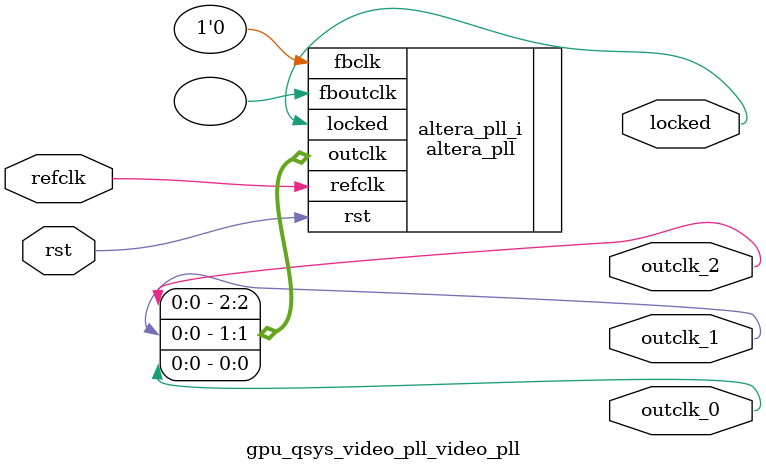
<source format=v>
`timescale 1ns/10ps
module  gpu_qsys_video_pll_video_pll(

	// interface 'refclk'
	input wire refclk,

	// interface 'reset'
	input wire rst,

	// interface 'outclk0'
	output wire outclk_0,

	// interface 'outclk1'
	output wire outclk_1,

	// interface 'outclk2'
	output wire outclk_2,

	// interface 'locked'
	output wire locked
);

	altera_pll #(
		.fractional_vco_multiplier("false"),
		.reference_clock_frequency("50.0 MHz"),
		.operation_mode("direct"),
		.number_of_clocks(3),
		.output_clock_frequency0("25.000000 MHz"),
		.phase_shift0("0 ps"),
		.duty_cycle0(50),
		.output_clock_frequency1("40.000000 MHz"),
		.phase_shift1("0 ps"),
		.duty_cycle1(50),
		.output_clock_frequency2("33.333333 MHz"),
		.phase_shift2("0 ps"),
		.duty_cycle2(50),
		.output_clock_frequency3("0 MHz"),
		.phase_shift3("0 ps"),
		.duty_cycle3(50),
		.output_clock_frequency4("0 MHz"),
		.phase_shift4("0 ps"),
		.duty_cycle4(50),
		.output_clock_frequency5("0 MHz"),
		.phase_shift5("0 ps"),
		.duty_cycle5(50),
		.output_clock_frequency6("0 MHz"),
		.phase_shift6("0 ps"),
		.duty_cycle6(50),
		.output_clock_frequency7("0 MHz"),
		.phase_shift7("0 ps"),
		.duty_cycle7(50),
		.output_clock_frequency8("0 MHz"),
		.phase_shift8("0 ps"),
		.duty_cycle8(50),
		.output_clock_frequency9("0 MHz"),
		.phase_shift9("0 ps"),
		.duty_cycle9(50),
		.output_clock_frequency10("0 MHz"),
		.phase_shift10("0 ps"),
		.duty_cycle10(50),
		.output_clock_frequency11("0 MHz"),
		.phase_shift11("0 ps"),
		.duty_cycle11(50),
		.output_clock_frequency12("0 MHz"),
		.phase_shift12("0 ps"),
		.duty_cycle12(50),
		.output_clock_frequency13("0 MHz"),
		.phase_shift13("0 ps"),
		.duty_cycle13(50),
		.output_clock_frequency14("0 MHz"),
		.phase_shift14("0 ps"),
		.duty_cycle14(50),
		.output_clock_frequency15("0 MHz"),
		.phase_shift15("0 ps"),
		.duty_cycle15(50),
		.output_clock_frequency16("0 MHz"),
		.phase_shift16("0 ps"),
		.duty_cycle16(50),
		.output_clock_frequency17("0 MHz"),
		.phase_shift17("0 ps"),
		.duty_cycle17(50),
		.pll_type("General"),
		.pll_subtype("General")
	) altera_pll_i (
		.rst	(rst),
		.outclk	({outclk_2, outclk_1, outclk_0}),
		.locked	(locked),
		.fboutclk	( ),
		.fbclk	(1'b0),
		.refclk	(refclk)
	);
endmodule


</source>
